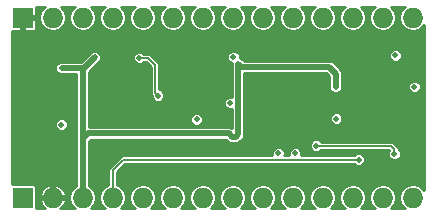
<source format=gbr>
G04 #@! TF.GenerationSoftware,KiCad,Pcbnew,(2017-08-02 revision 9760937)-master*
G04 #@! TF.CreationDate,2017-09-04T14:54:41-05:00*
G04 #@! TF.ProjectId,lofive,6C6F666976652E6B696361645F706362,0*
G04 #@! TF.SameCoordinates,Original*
G04 #@! TF.FileFunction,Copper,L4,Bot,Signal*
G04 #@! TF.FilePolarity,Positive*
%FSLAX46Y46*%
G04 Gerber Fmt 4.6, Leading zero omitted, Abs format (unit mm)*
G04 Created by KiCad (PCBNEW (2017-08-02 revision 9760937)-master) date Mon Sep  4 14:54:41 2017*
%MOMM*%
%LPD*%
G01*
G04 APERTURE LIST*
%ADD10O,1.727200X1.727200*%
%ADD11R,1.727200X1.727200*%
%ADD12C,0.508000*%
%ADD13C,0.152400*%
%ADD14C,0.508000*%
%ADD15C,0.254000*%
G04 APERTURE END LIST*
D10*
X135890000Y-110490000D03*
X133350000Y-110490000D03*
X130810000Y-110490000D03*
X128270000Y-110490000D03*
X125730000Y-110490000D03*
X123190000Y-110490000D03*
X120650000Y-110490000D03*
X118110000Y-110490000D03*
X115570000Y-110490000D03*
X113030000Y-110490000D03*
X110490000Y-110490000D03*
X107950000Y-110490000D03*
X105410000Y-110490000D03*
D11*
X102870000Y-110490000D03*
X102870000Y-125730000D03*
D10*
X105410000Y-125730000D03*
X107950000Y-125730000D03*
X110490000Y-125730000D03*
X113030000Y-125730000D03*
X115570000Y-125730000D03*
X118110000Y-125730000D03*
X120650000Y-125730000D03*
X123190000Y-125730000D03*
X125730000Y-125730000D03*
X128270000Y-125730000D03*
X130810000Y-125730000D03*
X133350000Y-125730000D03*
X135890000Y-125730000D03*
D12*
X114331510Y-117113523D03*
X112758220Y-113903760D03*
X121920000Y-126365000D03*
X106680000Y-126365000D03*
X109220000Y-126365000D03*
X111760000Y-126365000D03*
X106680000Y-109855000D03*
X109220000Y-109855000D03*
X111760000Y-109855000D03*
X114300000Y-109855000D03*
X116840000Y-109855000D03*
X119380000Y-109855000D03*
X121920000Y-109855000D03*
X124460000Y-109855000D03*
X127000000Y-109855000D03*
X129540000Y-109855000D03*
X132080000Y-109855000D03*
X134620000Y-109855000D03*
X134620000Y-126365000D03*
X132080000Y-126365000D03*
X129540000Y-126365000D03*
X127000000Y-126365000D03*
X124460000Y-126365000D03*
X119380000Y-126365000D03*
X116840000Y-126365000D03*
X114300000Y-126365000D03*
X114823240Y-121752360D03*
X114782600Y-118054120D03*
X125960000Y-116260000D03*
X124850000Y-116260000D03*
X123740000Y-116270000D03*
X122630000Y-116270000D03*
X122630000Y-117370000D03*
X125960000Y-117380000D03*
X124850000Y-117370000D03*
X123740000Y-117370000D03*
X122620000Y-118490000D03*
X125960000Y-118490000D03*
X124850000Y-118490000D03*
X123740000Y-118490000D03*
X122630000Y-119600000D03*
X123740000Y-119600000D03*
X125970000Y-119600000D03*
X124860000Y-119600000D03*
X103949500Y-120535700D03*
X103969820Y-115722400D03*
X106809540Y-121749820D03*
X106809540Y-116951760D03*
X111201200Y-113096040D03*
X118221760Y-115069620D03*
X118214140Y-113814860D03*
X112776000Y-121135140D03*
X120566180Y-123032520D03*
X118778020Y-121483120D03*
X132831840Y-112905540D03*
X130164842Y-116380260D03*
X131272280Y-116319300D03*
X132341620Y-119029480D03*
X135356600Y-120396000D03*
X132351780Y-122029220D03*
X130164840Y-119039640D03*
X127302260Y-123085860D03*
X125917960Y-123085860D03*
X120454420Y-117729000D03*
X136019540Y-116359940D03*
X134416800Y-113687860D03*
X117599460Y-119100600D03*
X129413000Y-119052340D03*
X120705880Y-113830100D03*
X106144060Y-119562880D03*
X125933200Y-121973340D03*
X124508680Y-121980960D03*
X120586500Y-120590680D03*
X129378507Y-116381327D03*
X121104660Y-114416840D03*
X108960920Y-113845340D03*
X106156760Y-114759740D03*
X127701040Y-121343420D03*
X134350000Y-122047000D03*
X131330700Y-122519440D03*
D13*
X112758220Y-113903760D02*
X113482120Y-113903760D01*
X113482120Y-113903760D02*
X114077511Y-114499151D01*
X114077511Y-114499151D02*
X114077511Y-116859524D01*
X114077511Y-116859524D02*
X114331510Y-117113523D01*
D14*
X120586500Y-120590680D02*
X120902360Y-120590680D01*
X120902360Y-120590680D02*
X121114821Y-120378219D01*
X121114821Y-120378219D02*
X121114821Y-114786211D01*
X121114821Y-114786211D02*
X121104660Y-114776050D01*
X121104660Y-114776050D02*
X121104660Y-114416840D01*
X121104660Y-114416840D02*
X121358659Y-114670839D01*
X121358659Y-114670839D02*
X128813559Y-114670839D01*
X128813559Y-114670839D02*
X129378507Y-115235787D01*
X129378507Y-115235787D02*
X129378507Y-116381327D01*
X107950000Y-125730000D02*
X107950000Y-120746520D01*
X107950000Y-120746520D02*
X107950000Y-114856260D01*
X120586500Y-120590680D02*
X120297840Y-120302020D01*
X120297840Y-120302020D02*
X108394500Y-120302020D01*
X108394500Y-120302020D02*
X107950000Y-120746520D01*
X106156760Y-114759740D02*
X108046520Y-114759740D01*
X108046520Y-114759740D02*
X108960920Y-113845340D01*
X107950000Y-114856260D02*
X108960920Y-113845340D01*
D13*
X134350000Y-122047000D02*
X134350000Y-121650000D01*
X134350000Y-121650000D02*
X134043420Y-121343420D01*
X134043420Y-121343420D02*
X128060250Y-121343420D01*
X128060250Y-121343420D02*
X127701040Y-121343420D01*
X110490000Y-125730000D02*
X110490000Y-123398280D01*
X110490000Y-123398280D02*
X111368840Y-122519440D01*
X111368840Y-122519440D02*
X130971490Y-122519440D01*
X130971490Y-122519440D02*
X131330700Y-122519440D01*
D15*
G36*
X104601777Y-109659384D02*
X104354006Y-110030200D01*
X104267000Y-110467607D01*
X104267000Y-110512393D01*
X104354006Y-110949800D01*
X104601777Y-111320616D01*
X104972593Y-111568387D01*
X105410000Y-111655393D01*
X105847407Y-111568387D01*
X106218223Y-111320616D01*
X106465994Y-110949800D01*
X106553000Y-110512393D01*
X106553000Y-110467607D01*
X106465994Y-110030200D01*
X106218223Y-109659384D01*
X106091035Y-109574400D01*
X107268965Y-109574400D01*
X107141777Y-109659384D01*
X106894006Y-110030200D01*
X106807000Y-110467607D01*
X106807000Y-110512393D01*
X106894006Y-110949800D01*
X107141777Y-111320616D01*
X107512593Y-111568387D01*
X107950000Y-111655393D01*
X108387407Y-111568387D01*
X108758223Y-111320616D01*
X109005994Y-110949800D01*
X109093000Y-110512393D01*
X109093000Y-110467607D01*
X109005994Y-110030200D01*
X108758223Y-109659384D01*
X108631035Y-109574400D01*
X109808965Y-109574400D01*
X109681777Y-109659384D01*
X109434006Y-110030200D01*
X109347000Y-110467607D01*
X109347000Y-110512393D01*
X109434006Y-110949800D01*
X109681777Y-111320616D01*
X110052593Y-111568387D01*
X110490000Y-111655393D01*
X110927407Y-111568387D01*
X111298223Y-111320616D01*
X111545994Y-110949800D01*
X111633000Y-110512393D01*
X111633000Y-110467607D01*
X111545994Y-110030200D01*
X111298223Y-109659384D01*
X111171035Y-109574400D01*
X112348965Y-109574400D01*
X112221777Y-109659384D01*
X111974006Y-110030200D01*
X111887000Y-110467607D01*
X111887000Y-110512393D01*
X111974006Y-110949800D01*
X112221777Y-111320616D01*
X112592593Y-111568387D01*
X113030000Y-111655393D01*
X113467407Y-111568387D01*
X113838223Y-111320616D01*
X114085994Y-110949800D01*
X114173000Y-110512393D01*
X114173000Y-110467607D01*
X114085994Y-110030200D01*
X113838223Y-109659384D01*
X113711035Y-109574400D01*
X114888965Y-109574400D01*
X114761777Y-109659384D01*
X114514006Y-110030200D01*
X114427000Y-110467607D01*
X114427000Y-110512393D01*
X114514006Y-110949800D01*
X114761777Y-111320616D01*
X115132593Y-111568387D01*
X115570000Y-111655393D01*
X116007407Y-111568387D01*
X116378223Y-111320616D01*
X116625994Y-110949800D01*
X116713000Y-110512393D01*
X116713000Y-110467607D01*
X116625994Y-110030200D01*
X116378223Y-109659384D01*
X116251035Y-109574400D01*
X117428965Y-109574400D01*
X117301777Y-109659384D01*
X117054006Y-110030200D01*
X116967000Y-110467607D01*
X116967000Y-110512393D01*
X117054006Y-110949800D01*
X117301777Y-111320616D01*
X117672593Y-111568387D01*
X118110000Y-111655393D01*
X118547407Y-111568387D01*
X118918223Y-111320616D01*
X119165994Y-110949800D01*
X119253000Y-110512393D01*
X119253000Y-110467607D01*
X119165994Y-110030200D01*
X118918223Y-109659384D01*
X118791035Y-109574400D01*
X119968965Y-109574400D01*
X119841777Y-109659384D01*
X119594006Y-110030200D01*
X119507000Y-110467607D01*
X119507000Y-110512393D01*
X119594006Y-110949800D01*
X119841777Y-111320616D01*
X120212593Y-111568387D01*
X120650000Y-111655393D01*
X121087407Y-111568387D01*
X121458223Y-111320616D01*
X121705994Y-110949800D01*
X121793000Y-110512393D01*
X121793000Y-110467607D01*
X121705994Y-110030200D01*
X121458223Y-109659384D01*
X121331035Y-109574400D01*
X122508965Y-109574400D01*
X122381777Y-109659384D01*
X122134006Y-110030200D01*
X122047000Y-110467607D01*
X122047000Y-110512393D01*
X122134006Y-110949800D01*
X122381777Y-111320616D01*
X122752593Y-111568387D01*
X123190000Y-111655393D01*
X123627407Y-111568387D01*
X123998223Y-111320616D01*
X124245994Y-110949800D01*
X124333000Y-110512393D01*
X124333000Y-110467607D01*
X124245994Y-110030200D01*
X123998223Y-109659384D01*
X123871035Y-109574400D01*
X125048965Y-109574400D01*
X124921777Y-109659384D01*
X124674006Y-110030200D01*
X124587000Y-110467607D01*
X124587000Y-110512393D01*
X124674006Y-110949800D01*
X124921777Y-111320616D01*
X125292593Y-111568387D01*
X125730000Y-111655393D01*
X126167407Y-111568387D01*
X126538223Y-111320616D01*
X126785994Y-110949800D01*
X126873000Y-110512393D01*
X126873000Y-110467607D01*
X126785994Y-110030200D01*
X126538223Y-109659384D01*
X126411035Y-109574400D01*
X127588965Y-109574400D01*
X127461777Y-109659384D01*
X127214006Y-110030200D01*
X127127000Y-110467607D01*
X127127000Y-110512393D01*
X127214006Y-110949800D01*
X127461777Y-111320616D01*
X127832593Y-111568387D01*
X128270000Y-111655393D01*
X128707407Y-111568387D01*
X129078223Y-111320616D01*
X129325994Y-110949800D01*
X129413000Y-110512393D01*
X129413000Y-110467607D01*
X129325994Y-110030200D01*
X129078223Y-109659384D01*
X128951035Y-109574400D01*
X130128965Y-109574400D01*
X130001777Y-109659384D01*
X129754006Y-110030200D01*
X129667000Y-110467607D01*
X129667000Y-110512393D01*
X129754006Y-110949800D01*
X130001777Y-111320616D01*
X130372593Y-111568387D01*
X130810000Y-111655393D01*
X131247407Y-111568387D01*
X131618223Y-111320616D01*
X131865994Y-110949800D01*
X131953000Y-110512393D01*
X131953000Y-110467607D01*
X131865994Y-110030200D01*
X131618223Y-109659384D01*
X131491035Y-109574400D01*
X132668965Y-109574400D01*
X132541777Y-109659384D01*
X132294006Y-110030200D01*
X132207000Y-110467607D01*
X132207000Y-110512393D01*
X132294006Y-110949800D01*
X132541777Y-111320616D01*
X132912593Y-111568387D01*
X133350000Y-111655393D01*
X133787407Y-111568387D01*
X134158223Y-111320616D01*
X134405994Y-110949800D01*
X134493000Y-110512393D01*
X134493000Y-110467607D01*
X134405994Y-110030200D01*
X134158223Y-109659384D01*
X134031035Y-109574400D01*
X135208965Y-109574400D01*
X135081777Y-109659384D01*
X134834006Y-110030200D01*
X134747000Y-110467607D01*
X134747000Y-110512393D01*
X134834006Y-110949800D01*
X135081777Y-111320616D01*
X135452593Y-111568387D01*
X135890000Y-111655393D01*
X136327407Y-111568387D01*
X136698223Y-111320616D01*
X136805600Y-111159915D01*
X136805600Y-125060085D01*
X136698223Y-124899384D01*
X136327407Y-124651613D01*
X135890000Y-124564607D01*
X135452593Y-124651613D01*
X135081777Y-124899384D01*
X134834006Y-125270200D01*
X134747000Y-125707607D01*
X134747000Y-125752393D01*
X134834006Y-126189800D01*
X135081777Y-126560616D01*
X135208965Y-126645600D01*
X134031035Y-126645600D01*
X134158223Y-126560616D01*
X134405994Y-126189800D01*
X134493000Y-125752393D01*
X134493000Y-125707607D01*
X134405994Y-125270200D01*
X134158223Y-124899384D01*
X133787407Y-124651613D01*
X133350000Y-124564607D01*
X132912593Y-124651613D01*
X132541777Y-124899384D01*
X132294006Y-125270200D01*
X132207000Y-125707607D01*
X132207000Y-125752393D01*
X132294006Y-126189800D01*
X132541777Y-126560616D01*
X132668965Y-126645600D01*
X131491035Y-126645600D01*
X131618223Y-126560616D01*
X131865994Y-126189800D01*
X131953000Y-125752393D01*
X131953000Y-125707607D01*
X131865994Y-125270200D01*
X131618223Y-124899384D01*
X131247407Y-124651613D01*
X130810000Y-124564607D01*
X130372593Y-124651613D01*
X130001777Y-124899384D01*
X129754006Y-125270200D01*
X129667000Y-125707607D01*
X129667000Y-125752393D01*
X129754006Y-126189800D01*
X130001777Y-126560616D01*
X130128965Y-126645600D01*
X128951035Y-126645600D01*
X129078223Y-126560616D01*
X129325994Y-126189800D01*
X129413000Y-125752393D01*
X129413000Y-125707607D01*
X129325994Y-125270200D01*
X129078223Y-124899384D01*
X128707407Y-124651613D01*
X128270000Y-124564607D01*
X127832593Y-124651613D01*
X127461777Y-124899384D01*
X127214006Y-125270200D01*
X127127000Y-125707607D01*
X127127000Y-125752393D01*
X127214006Y-126189800D01*
X127461777Y-126560616D01*
X127588965Y-126645600D01*
X126411035Y-126645600D01*
X126538223Y-126560616D01*
X126785994Y-126189800D01*
X126873000Y-125752393D01*
X126873000Y-125707607D01*
X126785994Y-125270200D01*
X126538223Y-124899384D01*
X126167407Y-124651613D01*
X125730000Y-124564607D01*
X125292593Y-124651613D01*
X124921777Y-124899384D01*
X124674006Y-125270200D01*
X124587000Y-125707607D01*
X124587000Y-125752393D01*
X124674006Y-126189800D01*
X124921777Y-126560616D01*
X125048965Y-126645600D01*
X123871035Y-126645600D01*
X123998223Y-126560616D01*
X124245994Y-126189800D01*
X124333000Y-125752393D01*
X124333000Y-125707607D01*
X124245994Y-125270200D01*
X123998223Y-124899384D01*
X123627407Y-124651613D01*
X123190000Y-124564607D01*
X122752593Y-124651613D01*
X122381777Y-124899384D01*
X122134006Y-125270200D01*
X122047000Y-125707607D01*
X122047000Y-125752393D01*
X122134006Y-126189800D01*
X122381777Y-126560616D01*
X122508965Y-126645600D01*
X121331035Y-126645600D01*
X121458223Y-126560616D01*
X121705994Y-126189800D01*
X121793000Y-125752393D01*
X121793000Y-125707607D01*
X121705994Y-125270200D01*
X121458223Y-124899384D01*
X121087407Y-124651613D01*
X120650000Y-124564607D01*
X120212593Y-124651613D01*
X119841777Y-124899384D01*
X119594006Y-125270200D01*
X119507000Y-125707607D01*
X119507000Y-125752393D01*
X119594006Y-126189800D01*
X119841777Y-126560616D01*
X119968965Y-126645600D01*
X118791035Y-126645600D01*
X118918223Y-126560616D01*
X119165994Y-126189800D01*
X119253000Y-125752393D01*
X119253000Y-125707607D01*
X119165994Y-125270200D01*
X118918223Y-124899384D01*
X118547407Y-124651613D01*
X118110000Y-124564607D01*
X117672593Y-124651613D01*
X117301777Y-124899384D01*
X117054006Y-125270200D01*
X116967000Y-125707607D01*
X116967000Y-125752393D01*
X117054006Y-126189800D01*
X117301777Y-126560616D01*
X117428965Y-126645600D01*
X116251035Y-126645600D01*
X116378223Y-126560616D01*
X116625994Y-126189800D01*
X116713000Y-125752393D01*
X116713000Y-125707607D01*
X116625994Y-125270200D01*
X116378223Y-124899384D01*
X116007407Y-124651613D01*
X115570000Y-124564607D01*
X115132593Y-124651613D01*
X114761777Y-124899384D01*
X114514006Y-125270200D01*
X114427000Y-125707607D01*
X114427000Y-125752393D01*
X114514006Y-126189800D01*
X114761777Y-126560616D01*
X114888965Y-126645600D01*
X113711035Y-126645600D01*
X113838223Y-126560616D01*
X114085994Y-126189800D01*
X114173000Y-125752393D01*
X114173000Y-125707607D01*
X114085994Y-125270200D01*
X113838223Y-124899384D01*
X113467407Y-124651613D01*
X113030000Y-124564607D01*
X112592593Y-124651613D01*
X112221777Y-124899384D01*
X111974006Y-125270200D01*
X111887000Y-125707607D01*
X111887000Y-125752393D01*
X111974006Y-126189800D01*
X112221777Y-126560616D01*
X112348965Y-126645600D01*
X111171035Y-126645600D01*
X111298223Y-126560616D01*
X111545994Y-126189800D01*
X111633000Y-125752393D01*
X111633000Y-125707607D01*
X111545994Y-125270200D01*
X111298223Y-124899384D01*
X110927407Y-124651613D01*
X110845600Y-124635341D01*
X110845600Y-123545574D01*
X111516134Y-122875040D01*
X130931996Y-122875040D01*
X131028159Y-122971371D01*
X131224135Y-123052747D01*
X131436334Y-123052932D01*
X131632452Y-122971898D01*
X131782631Y-122821981D01*
X131864007Y-122626005D01*
X131864192Y-122413806D01*
X131783158Y-122217688D01*
X131633241Y-122067509D01*
X131437265Y-121986133D01*
X131225066Y-121985948D01*
X131028948Y-122066982D01*
X130931921Y-122163840D01*
X126431654Y-122163840D01*
X126466507Y-122079905D01*
X126466692Y-121867706D01*
X126385658Y-121671588D01*
X126235741Y-121521409D01*
X126061491Y-121449054D01*
X127167548Y-121449054D01*
X127248582Y-121645172D01*
X127398499Y-121795351D01*
X127594475Y-121876727D01*
X127806674Y-121876912D01*
X128002792Y-121795878D01*
X128099819Y-121699020D01*
X133896126Y-121699020D01*
X133919836Y-121722730D01*
X133898069Y-121744459D01*
X133816693Y-121940435D01*
X133816508Y-122152634D01*
X133897542Y-122348752D01*
X134047459Y-122498931D01*
X134243435Y-122580307D01*
X134455634Y-122580492D01*
X134651752Y-122499458D01*
X134801931Y-122349541D01*
X134883307Y-122153565D01*
X134883492Y-121941366D01*
X134802458Y-121745248D01*
X134705158Y-121647778D01*
X134678532Y-121513918D01*
X134601447Y-121398553D01*
X134294867Y-121091973D01*
X134179503Y-121014888D01*
X134043420Y-120987820D01*
X128099744Y-120987820D01*
X128003581Y-120891489D01*
X127807605Y-120810113D01*
X127595406Y-120809928D01*
X127399288Y-120890962D01*
X127249109Y-121040879D01*
X127167733Y-121236855D01*
X127167548Y-121449054D01*
X126061491Y-121449054D01*
X126039765Y-121440033D01*
X125827566Y-121439848D01*
X125631448Y-121520882D01*
X125481269Y-121670799D01*
X125399893Y-121866775D01*
X125399708Y-122078974D01*
X125434774Y-122163840D01*
X125010298Y-122163840D01*
X125041987Y-122087525D01*
X125042172Y-121875326D01*
X124961138Y-121679208D01*
X124811221Y-121529029D01*
X124615245Y-121447653D01*
X124403046Y-121447468D01*
X124206928Y-121528502D01*
X124056749Y-121678419D01*
X123975373Y-121874395D01*
X123975188Y-122086594D01*
X124007105Y-122163840D01*
X111368840Y-122163840D01*
X111232758Y-122190908D01*
X111117393Y-122267993D01*
X110238553Y-123146833D01*
X110161468Y-123262197D01*
X110161468Y-123262198D01*
X110134400Y-123398280D01*
X110134400Y-124635341D01*
X110052593Y-124651613D01*
X109681777Y-124899384D01*
X109434006Y-125270200D01*
X109347000Y-125707607D01*
X109347000Y-125752393D01*
X109434006Y-126189800D01*
X109681777Y-126560616D01*
X109808965Y-126645600D01*
X108631035Y-126645600D01*
X108758223Y-126560616D01*
X109005994Y-126189800D01*
X109093000Y-125752393D01*
X109093000Y-125707607D01*
X109005994Y-125270200D01*
X108758223Y-124899384D01*
X108483400Y-124715753D01*
X108483400Y-120967462D01*
X108615442Y-120835420D01*
X120076898Y-120835420D01*
X120209329Y-120967851D01*
X120283959Y-121042611D01*
X120479935Y-121123987D01*
X120586500Y-121124080D01*
X120586608Y-121124080D01*
X120692134Y-121124172D01*
X120692357Y-121124080D01*
X120902360Y-121124080D01*
X121106483Y-121083477D01*
X121279531Y-120967851D01*
X121491992Y-120755390D01*
X121607618Y-120582343D01*
X121648221Y-120378219D01*
X121648221Y-119157974D01*
X128879508Y-119157974D01*
X128960542Y-119354092D01*
X129110459Y-119504271D01*
X129306435Y-119585647D01*
X129518634Y-119585832D01*
X129714752Y-119504798D01*
X129864931Y-119354881D01*
X129946307Y-119158905D01*
X129946492Y-118946706D01*
X129865458Y-118750588D01*
X129715541Y-118600409D01*
X129519565Y-118519033D01*
X129307366Y-118518848D01*
X129111248Y-118599882D01*
X128961069Y-118749799D01*
X128879693Y-118945775D01*
X128879508Y-119157974D01*
X121648221Y-119157974D01*
X121648221Y-115204239D01*
X128592617Y-115204239D01*
X128845107Y-115456729D01*
X128845107Y-116381327D01*
X128845015Y-116486961D01*
X128926049Y-116683079D01*
X129075966Y-116833258D01*
X129271942Y-116914634D01*
X129378507Y-116914727D01*
X129484141Y-116914819D01*
X129680259Y-116833785D01*
X129830438Y-116683868D01*
X129911814Y-116487892D01*
X129911833Y-116465574D01*
X135486048Y-116465574D01*
X135567082Y-116661692D01*
X135716999Y-116811871D01*
X135912975Y-116893247D01*
X136125174Y-116893432D01*
X136321292Y-116812398D01*
X136471471Y-116662481D01*
X136552847Y-116466505D01*
X136553032Y-116254306D01*
X136471998Y-116058188D01*
X136322081Y-115908009D01*
X136126105Y-115826633D01*
X135913906Y-115826448D01*
X135717788Y-115907482D01*
X135567609Y-116057399D01*
X135486233Y-116253375D01*
X135486048Y-116465574D01*
X129911833Y-116465574D01*
X129911999Y-116275693D01*
X129911907Y-116275470D01*
X129911907Y-115235787D01*
X129871304Y-115031664D01*
X129755678Y-114858616D01*
X129190730Y-114293668D01*
X129017682Y-114178042D01*
X128813559Y-114137439D01*
X121579601Y-114137439D01*
X121481830Y-114039668D01*
X121407201Y-113964909D01*
X121239223Y-113895159D01*
X121239311Y-113793494D01*
X133883308Y-113793494D01*
X133964342Y-113989612D01*
X134114259Y-114139791D01*
X134310235Y-114221167D01*
X134522434Y-114221352D01*
X134718552Y-114140318D01*
X134868731Y-113990401D01*
X134950107Y-113794425D01*
X134950292Y-113582226D01*
X134869258Y-113386108D01*
X134719341Y-113235929D01*
X134523365Y-113154553D01*
X134311166Y-113154368D01*
X134115048Y-113235402D01*
X133964869Y-113385319D01*
X133883493Y-113581295D01*
X133883308Y-113793494D01*
X121239311Y-113793494D01*
X121239372Y-113724466D01*
X121158338Y-113528348D01*
X121008421Y-113378169D01*
X120812445Y-113296793D01*
X120600246Y-113296608D01*
X120404128Y-113377642D01*
X120253949Y-113527559D01*
X120172573Y-113723535D01*
X120172388Y-113935734D01*
X120253422Y-114131852D01*
X120403339Y-114282031D01*
X120571317Y-114351781D01*
X120571168Y-114522474D01*
X120571260Y-114522697D01*
X120571260Y-114776050D01*
X120581421Y-114827132D01*
X120581421Y-117204179D01*
X120560985Y-117195693D01*
X120348786Y-117195508D01*
X120152668Y-117276542D01*
X120002489Y-117426459D01*
X119921113Y-117622435D01*
X119920928Y-117834634D01*
X120001962Y-118030752D01*
X120151879Y-118180931D01*
X120347855Y-118262307D01*
X120560054Y-118262492D01*
X120581421Y-118253663D01*
X120581421Y-119862315D01*
X120501963Y-119809223D01*
X120297840Y-119768620D01*
X108483400Y-119768620D01*
X108483400Y-119206234D01*
X117065968Y-119206234D01*
X117147002Y-119402352D01*
X117296919Y-119552531D01*
X117492895Y-119633907D01*
X117705094Y-119634092D01*
X117901212Y-119553058D01*
X118051391Y-119403141D01*
X118132767Y-119207165D01*
X118132952Y-118994966D01*
X118051918Y-118798848D01*
X117902001Y-118648669D01*
X117706025Y-118567293D01*
X117493826Y-118567108D01*
X117297708Y-118648142D01*
X117147529Y-118798059D01*
X117066153Y-118994035D01*
X117065968Y-119206234D01*
X108483400Y-119206234D01*
X108483400Y-115077202D01*
X109338092Y-114222510D01*
X109412851Y-114147881D01*
X109470355Y-114009394D01*
X112224728Y-114009394D01*
X112305762Y-114205512D01*
X112455679Y-114355691D01*
X112651655Y-114437067D01*
X112863854Y-114437252D01*
X113059972Y-114356218D01*
X113156999Y-114259360D01*
X113334826Y-114259360D01*
X113721911Y-114646445D01*
X113721911Y-116859524D01*
X113748979Y-116995607D01*
X113798149Y-117069194D01*
X113798018Y-117219157D01*
X113879052Y-117415275D01*
X114028969Y-117565454D01*
X114224945Y-117646830D01*
X114437144Y-117647015D01*
X114633262Y-117565981D01*
X114783441Y-117416064D01*
X114864817Y-117220088D01*
X114865002Y-117007889D01*
X114783968Y-116811771D01*
X114634051Y-116661592D01*
X114438075Y-116580216D01*
X114433111Y-116580212D01*
X114433111Y-114499151D01*
X114406043Y-114363068D01*
X114328958Y-114247704D01*
X113733567Y-113652313D01*
X113618203Y-113575228D01*
X113482120Y-113548160D01*
X113156924Y-113548160D01*
X113060761Y-113451829D01*
X112864785Y-113370453D01*
X112652586Y-113370268D01*
X112456468Y-113451302D01*
X112306289Y-113601219D01*
X112224913Y-113797195D01*
X112224728Y-114009394D01*
X109470355Y-114009394D01*
X109494227Y-113951905D01*
X109494320Y-113845346D01*
X109494321Y-113845340D01*
X109494320Y-113845335D01*
X109494412Y-113739706D01*
X109413378Y-113543588D01*
X109263461Y-113393409D01*
X109067485Y-113312033D01*
X108960926Y-113311940D01*
X108960920Y-113311939D01*
X108960915Y-113311940D01*
X108855286Y-113311848D01*
X108659168Y-113392882D01*
X108508989Y-113542799D01*
X108508897Y-113543021D01*
X107825578Y-114226340D01*
X106156760Y-114226340D01*
X106051126Y-114226248D01*
X105855008Y-114307282D01*
X105704829Y-114457199D01*
X105623453Y-114653175D01*
X105623268Y-114865374D01*
X105704302Y-115061492D01*
X105854219Y-115211671D01*
X106050195Y-115293047D01*
X106156760Y-115293140D01*
X106156868Y-115293140D01*
X106262394Y-115293232D01*
X106262617Y-115293140D01*
X107416600Y-115293140D01*
X107416600Y-124715753D01*
X107141777Y-124899384D01*
X106894006Y-125270200D01*
X106807000Y-125707607D01*
X106807000Y-125752393D01*
X106894006Y-126189800D01*
X107141777Y-126560616D01*
X107268965Y-126645600D01*
X106065126Y-126645600D01*
X106312187Y-126431810D01*
X106512083Y-126033136D01*
X106476085Y-125857000D01*
X105537000Y-125857000D01*
X105537000Y-125877000D01*
X105283000Y-125877000D01*
X105283000Y-125857000D01*
X104343915Y-125857000D01*
X104307917Y-126033136D01*
X104507813Y-126431810D01*
X104754874Y-126645600D01*
X104008129Y-126645600D01*
X104018473Y-126593600D01*
X104018473Y-125426864D01*
X104307917Y-125426864D01*
X104343915Y-125603000D01*
X105283000Y-125603000D01*
X105283000Y-124664391D01*
X105537000Y-124664391D01*
X105537000Y-125603000D01*
X106476085Y-125603000D01*
X106512083Y-125426864D01*
X106312187Y-125028190D01*
X105974941Y-124736360D01*
X105713134Y-124627929D01*
X105537000Y-124664391D01*
X105283000Y-124664391D01*
X105106866Y-124627929D01*
X104845059Y-124736360D01*
X104507813Y-125028190D01*
X104307917Y-125426864D01*
X104018473Y-125426864D01*
X104018473Y-124866400D01*
X103996788Y-124757384D01*
X103935036Y-124664964D01*
X103842616Y-124603212D01*
X103733600Y-124581527D01*
X102006400Y-124581527D01*
X101954400Y-124591871D01*
X101954400Y-119668514D01*
X105610568Y-119668514D01*
X105691602Y-119864632D01*
X105841519Y-120014811D01*
X106037495Y-120096187D01*
X106249694Y-120096372D01*
X106445812Y-120015338D01*
X106595991Y-119865421D01*
X106677367Y-119669445D01*
X106677552Y-119457246D01*
X106596518Y-119261128D01*
X106446601Y-119110949D01*
X106250625Y-119029573D01*
X106038426Y-119029388D01*
X105842308Y-119110422D01*
X105692129Y-119260339D01*
X105610753Y-119456315D01*
X105610568Y-119668514D01*
X101954400Y-119668514D01*
X101954400Y-111633000D01*
X102673150Y-111633000D01*
X102743000Y-111563150D01*
X102743000Y-110617000D01*
X102997000Y-110617000D01*
X102997000Y-111563150D01*
X103066850Y-111633000D01*
X103789176Y-111633000D01*
X103891867Y-111590464D01*
X103970464Y-111511867D01*
X104013000Y-111409176D01*
X104013000Y-110686850D01*
X103943150Y-110617000D01*
X102997000Y-110617000D01*
X102743000Y-110617000D01*
X102723000Y-110617000D01*
X102723000Y-110363000D01*
X102743000Y-110363000D01*
X102743000Y-110343000D01*
X102997000Y-110343000D01*
X102997000Y-110363000D01*
X103943150Y-110363000D01*
X104013000Y-110293150D01*
X104013000Y-109574400D01*
X104728965Y-109574400D01*
X104601777Y-109659384D01*
X104601777Y-109659384D01*
G37*
X104601777Y-109659384D02*
X104354006Y-110030200D01*
X104267000Y-110467607D01*
X104267000Y-110512393D01*
X104354006Y-110949800D01*
X104601777Y-111320616D01*
X104972593Y-111568387D01*
X105410000Y-111655393D01*
X105847407Y-111568387D01*
X106218223Y-111320616D01*
X106465994Y-110949800D01*
X106553000Y-110512393D01*
X106553000Y-110467607D01*
X106465994Y-110030200D01*
X106218223Y-109659384D01*
X106091035Y-109574400D01*
X107268965Y-109574400D01*
X107141777Y-109659384D01*
X106894006Y-110030200D01*
X106807000Y-110467607D01*
X106807000Y-110512393D01*
X106894006Y-110949800D01*
X107141777Y-111320616D01*
X107512593Y-111568387D01*
X107950000Y-111655393D01*
X108387407Y-111568387D01*
X108758223Y-111320616D01*
X109005994Y-110949800D01*
X109093000Y-110512393D01*
X109093000Y-110467607D01*
X109005994Y-110030200D01*
X108758223Y-109659384D01*
X108631035Y-109574400D01*
X109808965Y-109574400D01*
X109681777Y-109659384D01*
X109434006Y-110030200D01*
X109347000Y-110467607D01*
X109347000Y-110512393D01*
X109434006Y-110949800D01*
X109681777Y-111320616D01*
X110052593Y-111568387D01*
X110490000Y-111655393D01*
X110927407Y-111568387D01*
X111298223Y-111320616D01*
X111545994Y-110949800D01*
X111633000Y-110512393D01*
X111633000Y-110467607D01*
X111545994Y-110030200D01*
X111298223Y-109659384D01*
X111171035Y-109574400D01*
X112348965Y-109574400D01*
X112221777Y-109659384D01*
X111974006Y-110030200D01*
X111887000Y-110467607D01*
X111887000Y-110512393D01*
X111974006Y-110949800D01*
X112221777Y-111320616D01*
X112592593Y-111568387D01*
X113030000Y-111655393D01*
X113467407Y-111568387D01*
X113838223Y-111320616D01*
X114085994Y-110949800D01*
X114173000Y-110512393D01*
X114173000Y-110467607D01*
X114085994Y-110030200D01*
X113838223Y-109659384D01*
X113711035Y-109574400D01*
X114888965Y-109574400D01*
X114761777Y-109659384D01*
X114514006Y-110030200D01*
X114427000Y-110467607D01*
X114427000Y-110512393D01*
X114514006Y-110949800D01*
X114761777Y-111320616D01*
X115132593Y-111568387D01*
X115570000Y-111655393D01*
X116007407Y-111568387D01*
X116378223Y-111320616D01*
X116625994Y-110949800D01*
X116713000Y-110512393D01*
X116713000Y-110467607D01*
X116625994Y-110030200D01*
X116378223Y-109659384D01*
X116251035Y-109574400D01*
X117428965Y-109574400D01*
X117301777Y-109659384D01*
X117054006Y-110030200D01*
X116967000Y-110467607D01*
X116967000Y-110512393D01*
X117054006Y-110949800D01*
X117301777Y-111320616D01*
X117672593Y-111568387D01*
X118110000Y-111655393D01*
X118547407Y-111568387D01*
X118918223Y-111320616D01*
X119165994Y-110949800D01*
X119253000Y-110512393D01*
X119253000Y-110467607D01*
X119165994Y-110030200D01*
X118918223Y-109659384D01*
X118791035Y-109574400D01*
X119968965Y-109574400D01*
X119841777Y-109659384D01*
X119594006Y-110030200D01*
X119507000Y-110467607D01*
X119507000Y-110512393D01*
X119594006Y-110949800D01*
X119841777Y-111320616D01*
X120212593Y-111568387D01*
X120650000Y-111655393D01*
X121087407Y-111568387D01*
X121458223Y-111320616D01*
X121705994Y-110949800D01*
X121793000Y-110512393D01*
X121793000Y-110467607D01*
X121705994Y-110030200D01*
X121458223Y-109659384D01*
X121331035Y-109574400D01*
X122508965Y-109574400D01*
X122381777Y-109659384D01*
X122134006Y-110030200D01*
X122047000Y-110467607D01*
X122047000Y-110512393D01*
X122134006Y-110949800D01*
X122381777Y-111320616D01*
X122752593Y-111568387D01*
X123190000Y-111655393D01*
X123627407Y-111568387D01*
X123998223Y-111320616D01*
X124245994Y-110949800D01*
X124333000Y-110512393D01*
X124333000Y-110467607D01*
X124245994Y-110030200D01*
X123998223Y-109659384D01*
X123871035Y-109574400D01*
X125048965Y-109574400D01*
X124921777Y-109659384D01*
X124674006Y-110030200D01*
X124587000Y-110467607D01*
X124587000Y-110512393D01*
X124674006Y-110949800D01*
X124921777Y-111320616D01*
X125292593Y-111568387D01*
X125730000Y-111655393D01*
X126167407Y-111568387D01*
X126538223Y-111320616D01*
X126785994Y-110949800D01*
X126873000Y-110512393D01*
X126873000Y-110467607D01*
X126785994Y-110030200D01*
X126538223Y-109659384D01*
X126411035Y-109574400D01*
X127588965Y-109574400D01*
X127461777Y-109659384D01*
X127214006Y-110030200D01*
X127127000Y-110467607D01*
X127127000Y-110512393D01*
X127214006Y-110949800D01*
X127461777Y-111320616D01*
X127832593Y-111568387D01*
X128270000Y-111655393D01*
X128707407Y-111568387D01*
X129078223Y-111320616D01*
X129325994Y-110949800D01*
X129413000Y-110512393D01*
X129413000Y-110467607D01*
X129325994Y-110030200D01*
X129078223Y-109659384D01*
X128951035Y-109574400D01*
X130128965Y-109574400D01*
X130001777Y-109659384D01*
X129754006Y-110030200D01*
X129667000Y-110467607D01*
X129667000Y-110512393D01*
X129754006Y-110949800D01*
X130001777Y-111320616D01*
X130372593Y-111568387D01*
X130810000Y-111655393D01*
X131247407Y-111568387D01*
X131618223Y-111320616D01*
X131865994Y-110949800D01*
X131953000Y-110512393D01*
X131953000Y-110467607D01*
X131865994Y-110030200D01*
X131618223Y-109659384D01*
X131491035Y-109574400D01*
X132668965Y-109574400D01*
X132541777Y-109659384D01*
X132294006Y-110030200D01*
X132207000Y-110467607D01*
X132207000Y-110512393D01*
X132294006Y-110949800D01*
X132541777Y-111320616D01*
X132912593Y-111568387D01*
X133350000Y-111655393D01*
X133787407Y-111568387D01*
X134158223Y-111320616D01*
X134405994Y-110949800D01*
X134493000Y-110512393D01*
X134493000Y-110467607D01*
X134405994Y-110030200D01*
X134158223Y-109659384D01*
X134031035Y-109574400D01*
X135208965Y-109574400D01*
X135081777Y-109659384D01*
X134834006Y-110030200D01*
X134747000Y-110467607D01*
X134747000Y-110512393D01*
X134834006Y-110949800D01*
X135081777Y-111320616D01*
X135452593Y-111568387D01*
X135890000Y-111655393D01*
X136327407Y-111568387D01*
X136698223Y-111320616D01*
X136805600Y-111159915D01*
X136805600Y-125060085D01*
X136698223Y-124899384D01*
X136327407Y-124651613D01*
X135890000Y-124564607D01*
X135452593Y-124651613D01*
X135081777Y-124899384D01*
X134834006Y-125270200D01*
X134747000Y-125707607D01*
X134747000Y-125752393D01*
X134834006Y-126189800D01*
X135081777Y-126560616D01*
X135208965Y-126645600D01*
X134031035Y-126645600D01*
X134158223Y-126560616D01*
X134405994Y-126189800D01*
X134493000Y-125752393D01*
X134493000Y-125707607D01*
X134405994Y-125270200D01*
X134158223Y-124899384D01*
X133787407Y-124651613D01*
X133350000Y-124564607D01*
X132912593Y-124651613D01*
X132541777Y-124899384D01*
X132294006Y-125270200D01*
X132207000Y-125707607D01*
X132207000Y-125752393D01*
X132294006Y-126189800D01*
X132541777Y-126560616D01*
X132668965Y-126645600D01*
X131491035Y-126645600D01*
X131618223Y-126560616D01*
X131865994Y-126189800D01*
X131953000Y-125752393D01*
X131953000Y-125707607D01*
X131865994Y-125270200D01*
X131618223Y-124899384D01*
X131247407Y-124651613D01*
X130810000Y-124564607D01*
X130372593Y-124651613D01*
X130001777Y-124899384D01*
X129754006Y-125270200D01*
X129667000Y-125707607D01*
X129667000Y-125752393D01*
X129754006Y-126189800D01*
X130001777Y-126560616D01*
X130128965Y-126645600D01*
X128951035Y-126645600D01*
X129078223Y-126560616D01*
X129325994Y-126189800D01*
X129413000Y-125752393D01*
X129413000Y-125707607D01*
X129325994Y-125270200D01*
X129078223Y-124899384D01*
X128707407Y-124651613D01*
X128270000Y-124564607D01*
X127832593Y-124651613D01*
X127461777Y-124899384D01*
X127214006Y-125270200D01*
X127127000Y-125707607D01*
X127127000Y-125752393D01*
X127214006Y-126189800D01*
X127461777Y-126560616D01*
X127588965Y-126645600D01*
X126411035Y-126645600D01*
X126538223Y-126560616D01*
X126785994Y-126189800D01*
X126873000Y-125752393D01*
X126873000Y-125707607D01*
X126785994Y-125270200D01*
X126538223Y-124899384D01*
X126167407Y-124651613D01*
X125730000Y-124564607D01*
X125292593Y-124651613D01*
X124921777Y-124899384D01*
X124674006Y-125270200D01*
X124587000Y-125707607D01*
X124587000Y-125752393D01*
X124674006Y-126189800D01*
X124921777Y-126560616D01*
X125048965Y-126645600D01*
X123871035Y-126645600D01*
X123998223Y-126560616D01*
X124245994Y-126189800D01*
X124333000Y-125752393D01*
X124333000Y-125707607D01*
X124245994Y-125270200D01*
X123998223Y-124899384D01*
X123627407Y-124651613D01*
X123190000Y-124564607D01*
X122752593Y-124651613D01*
X122381777Y-124899384D01*
X122134006Y-125270200D01*
X122047000Y-125707607D01*
X122047000Y-125752393D01*
X122134006Y-126189800D01*
X122381777Y-126560616D01*
X122508965Y-126645600D01*
X121331035Y-126645600D01*
X121458223Y-126560616D01*
X121705994Y-126189800D01*
X121793000Y-125752393D01*
X121793000Y-125707607D01*
X121705994Y-125270200D01*
X121458223Y-124899384D01*
X121087407Y-124651613D01*
X120650000Y-124564607D01*
X120212593Y-124651613D01*
X119841777Y-124899384D01*
X119594006Y-125270200D01*
X119507000Y-125707607D01*
X119507000Y-125752393D01*
X119594006Y-126189800D01*
X119841777Y-126560616D01*
X119968965Y-126645600D01*
X118791035Y-126645600D01*
X118918223Y-126560616D01*
X119165994Y-126189800D01*
X119253000Y-125752393D01*
X119253000Y-125707607D01*
X119165994Y-125270200D01*
X118918223Y-124899384D01*
X118547407Y-124651613D01*
X118110000Y-124564607D01*
X117672593Y-124651613D01*
X117301777Y-124899384D01*
X117054006Y-125270200D01*
X116967000Y-125707607D01*
X116967000Y-125752393D01*
X117054006Y-126189800D01*
X117301777Y-126560616D01*
X117428965Y-126645600D01*
X116251035Y-126645600D01*
X116378223Y-126560616D01*
X116625994Y-126189800D01*
X116713000Y-125752393D01*
X116713000Y-125707607D01*
X116625994Y-125270200D01*
X116378223Y-124899384D01*
X116007407Y-124651613D01*
X115570000Y-124564607D01*
X115132593Y-124651613D01*
X114761777Y-124899384D01*
X114514006Y-125270200D01*
X114427000Y-125707607D01*
X114427000Y-125752393D01*
X114514006Y-126189800D01*
X114761777Y-126560616D01*
X114888965Y-126645600D01*
X113711035Y-126645600D01*
X113838223Y-126560616D01*
X114085994Y-126189800D01*
X114173000Y-125752393D01*
X114173000Y-125707607D01*
X114085994Y-125270200D01*
X113838223Y-124899384D01*
X113467407Y-124651613D01*
X113030000Y-124564607D01*
X112592593Y-124651613D01*
X112221777Y-124899384D01*
X111974006Y-125270200D01*
X111887000Y-125707607D01*
X111887000Y-125752393D01*
X111974006Y-126189800D01*
X112221777Y-126560616D01*
X112348965Y-126645600D01*
X111171035Y-126645600D01*
X111298223Y-126560616D01*
X111545994Y-126189800D01*
X111633000Y-125752393D01*
X111633000Y-125707607D01*
X111545994Y-125270200D01*
X111298223Y-124899384D01*
X110927407Y-124651613D01*
X110845600Y-124635341D01*
X110845600Y-123545574D01*
X111516134Y-122875040D01*
X130931996Y-122875040D01*
X131028159Y-122971371D01*
X131224135Y-123052747D01*
X131436334Y-123052932D01*
X131632452Y-122971898D01*
X131782631Y-122821981D01*
X131864007Y-122626005D01*
X131864192Y-122413806D01*
X131783158Y-122217688D01*
X131633241Y-122067509D01*
X131437265Y-121986133D01*
X131225066Y-121985948D01*
X131028948Y-122066982D01*
X130931921Y-122163840D01*
X126431654Y-122163840D01*
X126466507Y-122079905D01*
X126466692Y-121867706D01*
X126385658Y-121671588D01*
X126235741Y-121521409D01*
X126061491Y-121449054D01*
X127167548Y-121449054D01*
X127248582Y-121645172D01*
X127398499Y-121795351D01*
X127594475Y-121876727D01*
X127806674Y-121876912D01*
X128002792Y-121795878D01*
X128099819Y-121699020D01*
X133896126Y-121699020D01*
X133919836Y-121722730D01*
X133898069Y-121744459D01*
X133816693Y-121940435D01*
X133816508Y-122152634D01*
X133897542Y-122348752D01*
X134047459Y-122498931D01*
X134243435Y-122580307D01*
X134455634Y-122580492D01*
X134651752Y-122499458D01*
X134801931Y-122349541D01*
X134883307Y-122153565D01*
X134883492Y-121941366D01*
X134802458Y-121745248D01*
X134705158Y-121647778D01*
X134678532Y-121513918D01*
X134601447Y-121398553D01*
X134294867Y-121091973D01*
X134179503Y-121014888D01*
X134043420Y-120987820D01*
X128099744Y-120987820D01*
X128003581Y-120891489D01*
X127807605Y-120810113D01*
X127595406Y-120809928D01*
X127399288Y-120890962D01*
X127249109Y-121040879D01*
X127167733Y-121236855D01*
X127167548Y-121449054D01*
X126061491Y-121449054D01*
X126039765Y-121440033D01*
X125827566Y-121439848D01*
X125631448Y-121520882D01*
X125481269Y-121670799D01*
X125399893Y-121866775D01*
X125399708Y-122078974D01*
X125434774Y-122163840D01*
X125010298Y-122163840D01*
X125041987Y-122087525D01*
X125042172Y-121875326D01*
X124961138Y-121679208D01*
X124811221Y-121529029D01*
X124615245Y-121447653D01*
X124403046Y-121447468D01*
X124206928Y-121528502D01*
X124056749Y-121678419D01*
X123975373Y-121874395D01*
X123975188Y-122086594D01*
X124007105Y-122163840D01*
X111368840Y-122163840D01*
X111232758Y-122190908D01*
X111117393Y-122267993D01*
X110238553Y-123146833D01*
X110161468Y-123262197D01*
X110161468Y-123262198D01*
X110134400Y-123398280D01*
X110134400Y-124635341D01*
X110052593Y-124651613D01*
X109681777Y-124899384D01*
X109434006Y-125270200D01*
X109347000Y-125707607D01*
X109347000Y-125752393D01*
X109434006Y-126189800D01*
X109681777Y-126560616D01*
X109808965Y-126645600D01*
X108631035Y-126645600D01*
X108758223Y-126560616D01*
X109005994Y-126189800D01*
X109093000Y-125752393D01*
X109093000Y-125707607D01*
X109005994Y-125270200D01*
X108758223Y-124899384D01*
X108483400Y-124715753D01*
X108483400Y-120967462D01*
X108615442Y-120835420D01*
X120076898Y-120835420D01*
X120209329Y-120967851D01*
X120283959Y-121042611D01*
X120479935Y-121123987D01*
X120586500Y-121124080D01*
X120586608Y-121124080D01*
X120692134Y-121124172D01*
X120692357Y-121124080D01*
X120902360Y-121124080D01*
X121106483Y-121083477D01*
X121279531Y-120967851D01*
X121491992Y-120755390D01*
X121607618Y-120582343D01*
X121648221Y-120378219D01*
X121648221Y-119157974D01*
X128879508Y-119157974D01*
X128960542Y-119354092D01*
X129110459Y-119504271D01*
X129306435Y-119585647D01*
X129518634Y-119585832D01*
X129714752Y-119504798D01*
X129864931Y-119354881D01*
X129946307Y-119158905D01*
X129946492Y-118946706D01*
X129865458Y-118750588D01*
X129715541Y-118600409D01*
X129519565Y-118519033D01*
X129307366Y-118518848D01*
X129111248Y-118599882D01*
X128961069Y-118749799D01*
X128879693Y-118945775D01*
X128879508Y-119157974D01*
X121648221Y-119157974D01*
X121648221Y-115204239D01*
X128592617Y-115204239D01*
X128845107Y-115456729D01*
X128845107Y-116381327D01*
X128845015Y-116486961D01*
X128926049Y-116683079D01*
X129075966Y-116833258D01*
X129271942Y-116914634D01*
X129378507Y-116914727D01*
X129484141Y-116914819D01*
X129680259Y-116833785D01*
X129830438Y-116683868D01*
X129911814Y-116487892D01*
X129911833Y-116465574D01*
X135486048Y-116465574D01*
X135567082Y-116661692D01*
X135716999Y-116811871D01*
X135912975Y-116893247D01*
X136125174Y-116893432D01*
X136321292Y-116812398D01*
X136471471Y-116662481D01*
X136552847Y-116466505D01*
X136553032Y-116254306D01*
X136471998Y-116058188D01*
X136322081Y-115908009D01*
X136126105Y-115826633D01*
X135913906Y-115826448D01*
X135717788Y-115907482D01*
X135567609Y-116057399D01*
X135486233Y-116253375D01*
X135486048Y-116465574D01*
X129911833Y-116465574D01*
X129911999Y-116275693D01*
X129911907Y-116275470D01*
X129911907Y-115235787D01*
X129871304Y-115031664D01*
X129755678Y-114858616D01*
X129190730Y-114293668D01*
X129017682Y-114178042D01*
X128813559Y-114137439D01*
X121579601Y-114137439D01*
X121481830Y-114039668D01*
X121407201Y-113964909D01*
X121239223Y-113895159D01*
X121239311Y-113793494D01*
X133883308Y-113793494D01*
X133964342Y-113989612D01*
X134114259Y-114139791D01*
X134310235Y-114221167D01*
X134522434Y-114221352D01*
X134718552Y-114140318D01*
X134868731Y-113990401D01*
X134950107Y-113794425D01*
X134950292Y-113582226D01*
X134869258Y-113386108D01*
X134719341Y-113235929D01*
X134523365Y-113154553D01*
X134311166Y-113154368D01*
X134115048Y-113235402D01*
X133964869Y-113385319D01*
X133883493Y-113581295D01*
X133883308Y-113793494D01*
X121239311Y-113793494D01*
X121239372Y-113724466D01*
X121158338Y-113528348D01*
X121008421Y-113378169D01*
X120812445Y-113296793D01*
X120600246Y-113296608D01*
X120404128Y-113377642D01*
X120253949Y-113527559D01*
X120172573Y-113723535D01*
X120172388Y-113935734D01*
X120253422Y-114131852D01*
X120403339Y-114282031D01*
X120571317Y-114351781D01*
X120571168Y-114522474D01*
X120571260Y-114522697D01*
X120571260Y-114776050D01*
X120581421Y-114827132D01*
X120581421Y-117204179D01*
X120560985Y-117195693D01*
X120348786Y-117195508D01*
X120152668Y-117276542D01*
X120002489Y-117426459D01*
X119921113Y-117622435D01*
X119920928Y-117834634D01*
X120001962Y-118030752D01*
X120151879Y-118180931D01*
X120347855Y-118262307D01*
X120560054Y-118262492D01*
X120581421Y-118253663D01*
X120581421Y-119862315D01*
X120501963Y-119809223D01*
X120297840Y-119768620D01*
X108483400Y-119768620D01*
X108483400Y-119206234D01*
X117065968Y-119206234D01*
X117147002Y-119402352D01*
X117296919Y-119552531D01*
X117492895Y-119633907D01*
X117705094Y-119634092D01*
X117901212Y-119553058D01*
X118051391Y-119403141D01*
X118132767Y-119207165D01*
X118132952Y-118994966D01*
X118051918Y-118798848D01*
X117902001Y-118648669D01*
X117706025Y-118567293D01*
X117493826Y-118567108D01*
X117297708Y-118648142D01*
X117147529Y-118798059D01*
X117066153Y-118994035D01*
X117065968Y-119206234D01*
X108483400Y-119206234D01*
X108483400Y-115077202D01*
X109338092Y-114222510D01*
X109412851Y-114147881D01*
X109470355Y-114009394D01*
X112224728Y-114009394D01*
X112305762Y-114205512D01*
X112455679Y-114355691D01*
X112651655Y-114437067D01*
X112863854Y-114437252D01*
X113059972Y-114356218D01*
X113156999Y-114259360D01*
X113334826Y-114259360D01*
X113721911Y-114646445D01*
X113721911Y-116859524D01*
X113748979Y-116995607D01*
X113798149Y-117069194D01*
X113798018Y-117219157D01*
X113879052Y-117415275D01*
X114028969Y-117565454D01*
X114224945Y-117646830D01*
X114437144Y-117647015D01*
X114633262Y-117565981D01*
X114783441Y-117416064D01*
X114864817Y-117220088D01*
X114865002Y-117007889D01*
X114783968Y-116811771D01*
X114634051Y-116661592D01*
X114438075Y-116580216D01*
X114433111Y-116580212D01*
X114433111Y-114499151D01*
X114406043Y-114363068D01*
X114328958Y-114247704D01*
X113733567Y-113652313D01*
X113618203Y-113575228D01*
X113482120Y-113548160D01*
X113156924Y-113548160D01*
X113060761Y-113451829D01*
X112864785Y-113370453D01*
X112652586Y-113370268D01*
X112456468Y-113451302D01*
X112306289Y-113601219D01*
X112224913Y-113797195D01*
X112224728Y-114009394D01*
X109470355Y-114009394D01*
X109494227Y-113951905D01*
X109494320Y-113845346D01*
X109494321Y-113845340D01*
X109494320Y-113845335D01*
X109494412Y-113739706D01*
X109413378Y-113543588D01*
X109263461Y-113393409D01*
X109067485Y-113312033D01*
X108960926Y-113311940D01*
X108960920Y-113311939D01*
X108960915Y-113311940D01*
X108855286Y-113311848D01*
X108659168Y-113392882D01*
X108508989Y-113542799D01*
X108508897Y-113543021D01*
X107825578Y-114226340D01*
X106156760Y-114226340D01*
X106051126Y-114226248D01*
X105855008Y-114307282D01*
X105704829Y-114457199D01*
X105623453Y-114653175D01*
X105623268Y-114865374D01*
X105704302Y-115061492D01*
X105854219Y-115211671D01*
X106050195Y-115293047D01*
X106156760Y-115293140D01*
X106156868Y-115293140D01*
X106262394Y-115293232D01*
X106262617Y-115293140D01*
X107416600Y-115293140D01*
X107416600Y-124715753D01*
X107141777Y-124899384D01*
X106894006Y-125270200D01*
X106807000Y-125707607D01*
X106807000Y-125752393D01*
X106894006Y-126189800D01*
X107141777Y-126560616D01*
X107268965Y-126645600D01*
X106065126Y-126645600D01*
X106312187Y-126431810D01*
X106512083Y-126033136D01*
X106476085Y-125857000D01*
X105537000Y-125857000D01*
X105537000Y-125877000D01*
X105283000Y-125877000D01*
X105283000Y-125857000D01*
X104343915Y-125857000D01*
X104307917Y-126033136D01*
X104507813Y-126431810D01*
X104754874Y-126645600D01*
X104008129Y-126645600D01*
X104018473Y-126593600D01*
X104018473Y-125426864D01*
X104307917Y-125426864D01*
X104343915Y-125603000D01*
X105283000Y-125603000D01*
X105283000Y-124664391D01*
X105537000Y-124664391D01*
X105537000Y-125603000D01*
X106476085Y-125603000D01*
X106512083Y-125426864D01*
X106312187Y-125028190D01*
X105974941Y-124736360D01*
X105713134Y-124627929D01*
X105537000Y-124664391D01*
X105283000Y-124664391D01*
X105106866Y-124627929D01*
X104845059Y-124736360D01*
X104507813Y-125028190D01*
X104307917Y-125426864D01*
X104018473Y-125426864D01*
X104018473Y-124866400D01*
X103996788Y-124757384D01*
X103935036Y-124664964D01*
X103842616Y-124603212D01*
X103733600Y-124581527D01*
X102006400Y-124581527D01*
X101954400Y-124591871D01*
X101954400Y-119668514D01*
X105610568Y-119668514D01*
X105691602Y-119864632D01*
X105841519Y-120014811D01*
X106037495Y-120096187D01*
X106249694Y-120096372D01*
X106445812Y-120015338D01*
X106595991Y-119865421D01*
X106677367Y-119669445D01*
X106677552Y-119457246D01*
X106596518Y-119261128D01*
X106446601Y-119110949D01*
X106250625Y-119029573D01*
X106038426Y-119029388D01*
X105842308Y-119110422D01*
X105692129Y-119260339D01*
X105610753Y-119456315D01*
X105610568Y-119668514D01*
X101954400Y-119668514D01*
X101954400Y-111633000D01*
X102673150Y-111633000D01*
X102743000Y-111563150D01*
X102743000Y-110617000D01*
X102997000Y-110617000D01*
X102997000Y-111563150D01*
X103066850Y-111633000D01*
X103789176Y-111633000D01*
X103891867Y-111590464D01*
X103970464Y-111511867D01*
X104013000Y-111409176D01*
X104013000Y-110686850D01*
X103943150Y-110617000D01*
X102997000Y-110617000D01*
X102743000Y-110617000D01*
X102723000Y-110617000D01*
X102723000Y-110363000D01*
X102743000Y-110363000D01*
X102743000Y-110343000D01*
X102997000Y-110343000D01*
X102997000Y-110363000D01*
X103943150Y-110363000D01*
X104013000Y-110293150D01*
X104013000Y-109574400D01*
X104728965Y-109574400D01*
X104601777Y-109659384D01*
M02*

</source>
